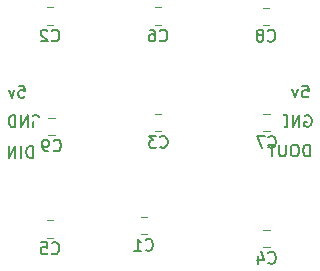
<source format=gbr>
G04 #@! TF.GenerationSoftware,KiCad,Pcbnew,5.1.9*
G04 #@! TF.CreationDate,2021-02-09T21:20:18+01:00*
G04 #@! TF.ProjectId,matrix_ws2812bmini_caps,6d617472-6978-45f7-9773-32383132626d,1*
G04 #@! TF.SameCoordinates,Original*
G04 #@! TF.FileFunction,Legend,Bot*
G04 #@! TF.FilePolarity,Positive*
%FSLAX46Y46*%
G04 Gerber Fmt 4.6, Leading zero omitted, Abs format (unit mm)*
G04 Created by KiCad (PCBNEW 5.1.9) date 2021-02-09 21:20:18*
%MOMM*%
%LPD*%
G01*
G04 APERTURE LIST*
%ADD10C,0.120000*%
%ADD11C,0.150000*%
%ADD12R,2.540000X1.524000*%
G04 APERTURE END LIST*
D10*
X14388748Y-25435000D02*
X14911252Y-25435000D01*
X14388748Y-23965000D02*
X14911252Y-23965000D01*
X6453749Y-6239999D02*
X6976253Y-6239999D01*
X6453749Y-7709999D02*
X6976253Y-7709999D01*
X15621248Y-15249999D02*
X16143752Y-15249999D01*
X15621248Y-16719999D02*
X16143752Y-16719999D01*
X24788748Y-25065000D02*
X25311252Y-25065000D01*
X24788748Y-26535000D02*
X25311252Y-26535000D01*
X6453749Y-24259999D02*
X6976253Y-24259999D01*
X6453749Y-25729999D02*
X6976253Y-25729999D01*
X15596248Y-7709999D02*
X16118752Y-7709999D01*
X15596248Y-6239999D02*
X16118752Y-6239999D01*
X24788748Y-16735000D02*
X25311252Y-16735000D01*
X24788748Y-15265000D02*
X25311252Y-15265000D01*
X24738748Y-6265000D02*
X25261252Y-6265000D01*
X24738748Y-7735000D02*
X25261252Y-7735000D01*
X6588748Y-17035000D02*
X7111252Y-17035000D01*
X6588748Y-15565000D02*
X7111252Y-15565000D01*
D11*
X4082857Y-12872380D02*
X4559047Y-12872380D01*
X4606666Y-13348571D01*
X4559047Y-13300952D01*
X4463809Y-13253333D01*
X4225714Y-13253333D01*
X4130476Y-13300952D01*
X4082857Y-13348571D01*
X4035238Y-13443809D01*
X4035238Y-13681904D01*
X4082857Y-13777142D01*
X4130476Y-13824761D01*
X4225714Y-13872380D01*
X4463809Y-13872380D01*
X4559047Y-13824761D01*
X4606666Y-13777142D01*
X3701904Y-13205714D02*
X3463809Y-13872380D01*
X3225714Y-13205714D01*
X5301904Y-15420000D02*
X5397142Y-15372380D01*
X5540000Y-15372380D01*
X5682857Y-15420000D01*
X5778095Y-15515238D01*
X5825714Y-15610476D01*
X5873333Y-15800952D01*
X5873333Y-15943809D01*
X5825714Y-16134285D01*
X5778095Y-16229523D01*
X5682857Y-16324761D01*
X5540000Y-16372380D01*
X5444761Y-16372380D01*
X5301904Y-16324761D01*
X5254285Y-16277142D01*
X5254285Y-15943809D01*
X5444761Y-15943809D01*
X4825714Y-16372380D02*
X4825714Y-15372380D01*
X4254285Y-16372380D01*
X4254285Y-15372380D01*
X3778095Y-16372380D02*
X3778095Y-15372380D01*
X3540000Y-15372380D01*
X3397142Y-15420000D01*
X3301904Y-15515238D01*
X3254285Y-15610476D01*
X3206666Y-15800952D01*
X3206666Y-15943809D01*
X3254285Y-16134285D01*
X3301904Y-16229523D01*
X3397142Y-16324761D01*
X3540000Y-16372380D01*
X3778095Y-16372380D01*
X5263809Y-18972380D02*
X5263809Y-17972380D01*
X5025714Y-17972380D01*
X4882857Y-18020000D01*
X4787619Y-18115238D01*
X4740000Y-18210476D01*
X4692380Y-18400952D01*
X4692380Y-18543809D01*
X4740000Y-18734285D01*
X4787619Y-18829523D01*
X4882857Y-18924761D01*
X5025714Y-18972380D01*
X5263809Y-18972380D01*
X4263809Y-18972380D02*
X4263809Y-17972380D01*
X3787619Y-18972380D02*
X3787619Y-17972380D01*
X3216190Y-18972380D01*
X3216190Y-17972380D01*
X28082857Y-12852380D02*
X28559047Y-12852380D01*
X28606666Y-13328571D01*
X28559047Y-13280952D01*
X28463809Y-13233333D01*
X28225714Y-13233333D01*
X28130476Y-13280952D01*
X28082857Y-13328571D01*
X28035238Y-13423809D01*
X28035238Y-13661904D01*
X28082857Y-13757142D01*
X28130476Y-13804761D01*
X28225714Y-13852380D01*
X28463809Y-13852380D01*
X28559047Y-13804761D01*
X28606666Y-13757142D01*
X27701904Y-13185714D02*
X27463809Y-13852380D01*
X27225714Y-13185714D01*
X28301904Y-15400000D02*
X28397142Y-15352380D01*
X28540000Y-15352380D01*
X28682857Y-15400000D01*
X28778095Y-15495238D01*
X28825714Y-15590476D01*
X28873333Y-15780952D01*
X28873333Y-15923809D01*
X28825714Y-16114285D01*
X28778095Y-16209523D01*
X28682857Y-16304761D01*
X28540000Y-16352380D01*
X28444761Y-16352380D01*
X28301904Y-16304761D01*
X28254285Y-16257142D01*
X28254285Y-15923809D01*
X28444761Y-15923809D01*
X27825714Y-16352380D02*
X27825714Y-15352380D01*
X27254285Y-16352380D01*
X27254285Y-15352380D01*
X26778095Y-16352380D02*
X26778095Y-15352380D01*
X26540000Y-15352380D01*
X26397142Y-15400000D01*
X26301904Y-15495238D01*
X26254285Y-15590476D01*
X26206666Y-15780952D01*
X26206666Y-15923809D01*
X26254285Y-16114285D01*
X26301904Y-16209523D01*
X26397142Y-16304761D01*
X26540000Y-16352380D01*
X26778095Y-16352380D01*
X28730476Y-18852380D02*
X28730476Y-17852380D01*
X28492380Y-17852380D01*
X28349523Y-17900000D01*
X28254285Y-17995238D01*
X28206666Y-18090476D01*
X28159047Y-18280952D01*
X28159047Y-18423809D01*
X28206666Y-18614285D01*
X28254285Y-18709523D01*
X28349523Y-18804761D01*
X28492380Y-18852380D01*
X28730476Y-18852380D01*
X27540000Y-17852380D02*
X27349523Y-17852380D01*
X27254285Y-17900000D01*
X27159047Y-17995238D01*
X27111428Y-18185714D01*
X27111428Y-18519047D01*
X27159047Y-18709523D01*
X27254285Y-18804761D01*
X27349523Y-18852380D01*
X27540000Y-18852380D01*
X27635238Y-18804761D01*
X27730476Y-18709523D01*
X27778095Y-18519047D01*
X27778095Y-18185714D01*
X27730476Y-17995238D01*
X27635238Y-17900000D01*
X27540000Y-17852380D01*
X26682857Y-17852380D02*
X26682857Y-18661904D01*
X26635238Y-18757142D01*
X26587619Y-18804761D01*
X26492380Y-18852380D01*
X26301904Y-18852380D01*
X26206666Y-18804761D01*
X26159047Y-18757142D01*
X26111428Y-18661904D01*
X26111428Y-17852380D01*
X25778095Y-17852380D02*
X25206666Y-17852380D01*
X25492380Y-18852380D02*
X25492380Y-17852380D01*
X14816666Y-26737142D02*
X14864285Y-26784761D01*
X15007142Y-26832380D01*
X15102380Y-26832380D01*
X15245238Y-26784761D01*
X15340476Y-26689523D01*
X15388095Y-26594285D01*
X15435714Y-26403809D01*
X15435714Y-26260952D01*
X15388095Y-26070476D01*
X15340476Y-25975238D01*
X15245238Y-25880000D01*
X15102380Y-25832380D01*
X15007142Y-25832380D01*
X14864285Y-25880000D01*
X14816666Y-25927619D01*
X13864285Y-26832380D02*
X14435714Y-26832380D01*
X14150000Y-26832380D02*
X14150000Y-25832380D01*
X14245238Y-25975238D01*
X14340476Y-26070476D01*
X14435714Y-26118095D01*
X6881667Y-9012141D02*
X6929286Y-9059760D01*
X7072143Y-9107379D01*
X7167381Y-9107379D01*
X7310239Y-9059760D01*
X7405477Y-8964522D01*
X7453096Y-8869284D01*
X7500715Y-8678808D01*
X7500715Y-8535951D01*
X7453096Y-8345475D01*
X7405477Y-8250237D01*
X7310239Y-8154999D01*
X7167381Y-8107379D01*
X7072143Y-8107379D01*
X6929286Y-8154999D01*
X6881667Y-8202618D01*
X6500715Y-8202618D02*
X6453096Y-8154999D01*
X6357858Y-8107379D01*
X6119762Y-8107379D01*
X6024524Y-8154999D01*
X5976905Y-8202618D01*
X5929286Y-8297856D01*
X5929286Y-8393094D01*
X5976905Y-8535951D01*
X6548334Y-9107379D01*
X5929286Y-9107379D01*
X16049166Y-18022141D02*
X16096785Y-18069760D01*
X16239642Y-18117379D01*
X16334880Y-18117379D01*
X16477738Y-18069760D01*
X16572976Y-17974522D01*
X16620595Y-17879284D01*
X16668214Y-17688808D01*
X16668214Y-17545951D01*
X16620595Y-17355475D01*
X16572976Y-17260237D01*
X16477738Y-17164999D01*
X16334880Y-17117379D01*
X16239642Y-17117379D01*
X16096785Y-17164999D01*
X16049166Y-17212618D01*
X15715833Y-17117379D02*
X15096785Y-17117379D01*
X15430119Y-17498332D01*
X15287261Y-17498332D01*
X15192023Y-17545951D01*
X15144404Y-17593570D01*
X15096785Y-17688808D01*
X15096785Y-17926903D01*
X15144404Y-18022141D01*
X15192023Y-18069760D01*
X15287261Y-18117379D01*
X15572976Y-18117379D01*
X15668214Y-18069760D01*
X15715833Y-18022141D01*
X25216666Y-27837142D02*
X25264285Y-27884761D01*
X25407142Y-27932380D01*
X25502380Y-27932380D01*
X25645238Y-27884761D01*
X25740476Y-27789523D01*
X25788095Y-27694285D01*
X25835714Y-27503809D01*
X25835714Y-27360952D01*
X25788095Y-27170476D01*
X25740476Y-27075238D01*
X25645238Y-26980000D01*
X25502380Y-26932380D01*
X25407142Y-26932380D01*
X25264285Y-26980000D01*
X25216666Y-27027619D01*
X24359523Y-27265714D02*
X24359523Y-27932380D01*
X24597619Y-26884761D02*
X24835714Y-27599047D01*
X24216666Y-27599047D01*
X6881667Y-27032141D02*
X6929286Y-27079760D01*
X7072143Y-27127379D01*
X7167381Y-27127379D01*
X7310239Y-27079760D01*
X7405477Y-26984522D01*
X7453096Y-26889284D01*
X7500715Y-26698808D01*
X7500715Y-26555951D01*
X7453096Y-26365475D01*
X7405477Y-26270237D01*
X7310239Y-26174999D01*
X7167381Y-26127379D01*
X7072143Y-26127379D01*
X6929286Y-26174999D01*
X6881667Y-26222618D01*
X5976905Y-26127379D02*
X6453096Y-26127379D01*
X6500715Y-26603570D01*
X6453096Y-26555951D01*
X6357858Y-26508332D01*
X6119762Y-26508332D01*
X6024524Y-26555951D01*
X5976905Y-26603570D01*
X5929286Y-26698808D01*
X5929286Y-26936903D01*
X5976905Y-27032141D01*
X6024524Y-27079760D01*
X6119762Y-27127379D01*
X6357858Y-27127379D01*
X6453096Y-27079760D01*
X6500715Y-27032141D01*
X16024166Y-9012141D02*
X16071785Y-9059760D01*
X16214642Y-9107379D01*
X16309880Y-9107379D01*
X16452738Y-9059760D01*
X16547976Y-8964522D01*
X16595595Y-8869284D01*
X16643214Y-8678808D01*
X16643214Y-8535951D01*
X16595595Y-8345475D01*
X16547976Y-8250237D01*
X16452738Y-8154999D01*
X16309880Y-8107379D01*
X16214642Y-8107379D01*
X16071785Y-8154999D01*
X16024166Y-8202618D01*
X15167023Y-8107379D02*
X15357500Y-8107379D01*
X15452738Y-8154999D01*
X15500357Y-8202618D01*
X15595595Y-8345475D01*
X15643214Y-8535951D01*
X15643214Y-8916903D01*
X15595595Y-9012141D01*
X15547976Y-9059760D01*
X15452738Y-9107379D01*
X15262261Y-9107379D01*
X15167023Y-9059760D01*
X15119404Y-9012141D01*
X15071785Y-8916903D01*
X15071785Y-8678808D01*
X15119404Y-8583570D01*
X15167023Y-8535951D01*
X15262261Y-8488332D01*
X15452738Y-8488332D01*
X15547976Y-8535951D01*
X15595595Y-8583570D01*
X15643214Y-8678808D01*
X25216666Y-18037142D02*
X25264285Y-18084761D01*
X25407142Y-18132380D01*
X25502380Y-18132380D01*
X25645238Y-18084761D01*
X25740476Y-17989523D01*
X25788095Y-17894285D01*
X25835714Y-17703809D01*
X25835714Y-17560952D01*
X25788095Y-17370476D01*
X25740476Y-17275238D01*
X25645238Y-17180000D01*
X25502380Y-17132380D01*
X25407142Y-17132380D01*
X25264285Y-17180000D01*
X25216666Y-17227619D01*
X24883333Y-17132380D02*
X24216666Y-17132380D01*
X24645238Y-18132380D01*
X25166666Y-9037142D02*
X25214285Y-9084761D01*
X25357142Y-9132380D01*
X25452380Y-9132380D01*
X25595238Y-9084761D01*
X25690476Y-8989523D01*
X25738095Y-8894285D01*
X25785714Y-8703809D01*
X25785714Y-8560952D01*
X25738095Y-8370476D01*
X25690476Y-8275238D01*
X25595238Y-8180000D01*
X25452380Y-8132380D01*
X25357142Y-8132380D01*
X25214285Y-8180000D01*
X25166666Y-8227619D01*
X24595238Y-8560952D02*
X24690476Y-8513333D01*
X24738095Y-8465714D01*
X24785714Y-8370476D01*
X24785714Y-8322857D01*
X24738095Y-8227619D01*
X24690476Y-8180000D01*
X24595238Y-8132380D01*
X24404761Y-8132380D01*
X24309523Y-8180000D01*
X24261904Y-8227619D01*
X24214285Y-8322857D01*
X24214285Y-8370476D01*
X24261904Y-8465714D01*
X24309523Y-8513333D01*
X24404761Y-8560952D01*
X24595238Y-8560952D01*
X24690476Y-8608571D01*
X24738095Y-8656190D01*
X24785714Y-8751428D01*
X24785714Y-8941904D01*
X24738095Y-9037142D01*
X24690476Y-9084761D01*
X24595238Y-9132380D01*
X24404761Y-9132380D01*
X24309523Y-9084761D01*
X24261904Y-9037142D01*
X24214285Y-8941904D01*
X24214285Y-8751428D01*
X24261904Y-8656190D01*
X24309523Y-8608571D01*
X24404761Y-8560952D01*
X7016666Y-18337142D02*
X7064285Y-18384761D01*
X7207142Y-18432380D01*
X7302380Y-18432380D01*
X7445238Y-18384761D01*
X7540476Y-18289523D01*
X7588095Y-18194285D01*
X7635714Y-18003809D01*
X7635714Y-17860952D01*
X7588095Y-17670476D01*
X7540476Y-17575238D01*
X7445238Y-17480000D01*
X7302380Y-17432380D01*
X7207142Y-17432380D01*
X7064285Y-17480000D01*
X7016666Y-17527619D01*
X6540476Y-18432380D02*
X6350000Y-18432380D01*
X6254761Y-18384761D01*
X6207142Y-18337142D01*
X6111904Y-18194285D01*
X6064285Y-18003809D01*
X6064285Y-17622857D01*
X6111904Y-17527619D01*
X6159523Y-17480000D01*
X6254761Y-17432380D01*
X6445238Y-17432380D01*
X6540476Y-17480000D01*
X6588095Y-17527619D01*
X6635714Y-17622857D01*
X6635714Y-17860952D01*
X6588095Y-17956190D01*
X6540476Y-18003809D01*
X6445238Y-18051428D01*
X6254761Y-18051428D01*
X6159523Y-18003809D01*
X6111904Y-17956190D01*
X6064285Y-17860952D01*
%LPC*%
D12*
X1400000Y-13460000D03*
X1400000Y-18540000D03*
X1400000Y-16000000D03*
X30600000Y-13440000D03*
X30600000Y-18520000D03*
X30600000Y-15980000D03*
G36*
G01*
X15100000Y-25175000D02*
X15100000Y-24225000D01*
G75*
G02*
X15350000Y-23975000I250000J0D01*
G01*
X15850000Y-23975000D01*
G75*
G02*
X16100000Y-24225000I0J-250000D01*
G01*
X16100000Y-25175000D01*
G75*
G02*
X15850000Y-25425000I-250000J0D01*
G01*
X15350000Y-25425000D01*
G75*
G02*
X15100000Y-25175000I0J250000D01*
G01*
G37*
G36*
G01*
X13200000Y-25175000D02*
X13200000Y-24225000D01*
G75*
G02*
X13450000Y-23975000I250000J0D01*
G01*
X13950000Y-23975000D01*
G75*
G02*
X14200000Y-24225000I0J-250000D01*
G01*
X14200000Y-25175000D01*
G75*
G02*
X13950000Y-25425000I-250000J0D01*
G01*
X13450000Y-25425000D01*
G75*
G02*
X13200000Y-25175000I0J250000D01*
G01*
G37*
G36*
G01*
X5265001Y-7449999D02*
X5265001Y-6499999D01*
G75*
G02*
X5515001Y-6249999I250000J0D01*
G01*
X6015001Y-6249999D01*
G75*
G02*
X6265001Y-6499999I0J-250000D01*
G01*
X6265001Y-7449999D01*
G75*
G02*
X6015001Y-7699999I-250000J0D01*
G01*
X5515001Y-7699999D01*
G75*
G02*
X5265001Y-7449999I0J250000D01*
G01*
G37*
G36*
G01*
X7165001Y-7449999D02*
X7165001Y-6499999D01*
G75*
G02*
X7415001Y-6249999I250000J0D01*
G01*
X7915001Y-6249999D01*
G75*
G02*
X8165001Y-6499999I0J-250000D01*
G01*
X8165001Y-7449999D01*
G75*
G02*
X7915001Y-7699999I-250000J0D01*
G01*
X7415001Y-7699999D01*
G75*
G02*
X7165001Y-7449999I0J250000D01*
G01*
G37*
G36*
G01*
X14432500Y-16459999D02*
X14432500Y-15509999D01*
G75*
G02*
X14682500Y-15259999I250000J0D01*
G01*
X15182500Y-15259999D01*
G75*
G02*
X15432500Y-15509999I0J-250000D01*
G01*
X15432500Y-16459999D01*
G75*
G02*
X15182500Y-16709999I-250000J0D01*
G01*
X14682500Y-16709999D01*
G75*
G02*
X14432500Y-16459999I0J250000D01*
G01*
G37*
G36*
G01*
X16332500Y-16459999D02*
X16332500Y-15509999D01*
G75*
G02*
X16582500Y-15259999I250000J0D01*
G01*
X17082500Y-15259999D01*
G75*
G02*
X17332500Y-15509999I0J-250000D01*
G01*
X17332500Y-16459999D01*
G75*
G02*
X17082500Y-16709999I-250000J0D01*
G01*
X16582500Y-16709999D01*
G75*
G02*
X16332500Y-16459999I0J250000D01*
G01*
G37*
G36*
G01*
X23600000Y-26275000D02*
X23600000Y-25325000D01*
G75*
G02*
X23850000Y-25075000I250000J0D01*
G01*
X24350000Y-25075000D01*
G75*
G02*
X24600000Y-25325000I0J-250000D01*
G01*
X24600000Y-26275000D01*
G75*
G02*
X24350000Y-26525000I-250000J0D01*
G01*
X23850000Y-26525000D01*
G75*
G02*
X23600000Y-26275000I0J250000D01*
G01*
G37*
G36*
G01*
X25500000Y-26275000D02*
X25500000Y-25325000D01*
G75*
G02*
X25750000Y-25075000I250000J0D01*
G01*
X26250000Y-25075000D01*
G75*
G02*
X26500000Y-25325000I0J-250000D01*
G01*
X26500000Y-26275000D01*
G75*
G02*
X26250000Y-26525000I-250000J0D01*
G01*
X25750000Y-26525000D01*
G75*
G02*
X25500000Y-26275000I0J250000D01*
G01*
G37*
G36*
G01*
X5265001Y-25469999D02*
X5265001Y-24519999D01*
G75*
G02*
X5515001Y-24269999I250000J0D01*
G01*
X6015001Y-24269999D01*
G75*
G02*
X6265001Y-24519999I0J-250000D01*
G01*
X6265001Y-25469999D01*
G75*
G02*
X6015001Y-25719999I-250000J0D01*
G01*
X5515001Y-25719999D01*
G75*
G02*
X5265001Y-25469999I0J250000D01*
G01*
G37*
G36*
G01*
X7165001Y-25469999D02*
X7165001Y-24519999D01*
G75*
G02*
X7415001Y-24269999I250000J0D01*
G01*
X7915001Y-24269999D01*
G75*
G02*
X8165001Y-24519999I0J-250000D01*
G01*
X8165001Y-25469999D01*
G75*
G02*
X7915001Y-25719999I-250000J0D01*
G01*
X7415001Y-25719999D01*
G75*
G02*
X7165001Y-25469999I0J250000D01*
G01*
G37*
G36*
G01*
X16307500Y-7449999D02*
X16307500Y-6499999D01*
G75*
G02*
X16557500Y-6249999I250000J0D01*
G01*
X17057500Y-6249999D01*
G75*
G02*
X17307500Y-6499999I0J-250000D01*
G01*
X17307500Y-7449999D01*
G75*
G02*
X17057500Y-7699999I-250000J0D01*
G01*
X16557500Y-7699999D01*
G75*
G02*
X16307500Y-7449999I0J250000D01*
G01*
G37*
G36*
G01*
X14407500Y-7449999D02*
X14407500Y-6499999D01*
G75*
G02*
X14657500Y-6249999I250000J0D01*
G01*
X15157500Y-6249999D01*
G75*
G02*
X15407500Y-6499999I0J-250000D01*
G01*
X15407500Y-7449999D01*
G75*
G02*
X15157500Y-7699999I-250000J0D01*
G01*
X14657500Y-7699999D01*
G75*
G02*
X14407500Y-7449999I0J250000D01*
G01*
G37*
G36*
G01*
X25500000Y-16475000D02*
X25500000Y-15525000D01*
G75*
G02*
X25750000Y-15275000I250000J0D01*
G01*
X26250000Y-15275000D01*
G75*
G02*
X26500000Y-15525000I0J-250000D01*
G01*
X26500000Y-16475000D01*
G75*
G02*
X26250000Y-16725000I-250000J0D01*
G01*
X25750000Y-16725000D01*
G75*
G02*
X25500000Y-16475000I0J250000D01*
G01*
G37*
G36*
G01*
X23600000Y-16475000D02*
X23600000Y-15525000D01*
G75*
G02*
X23850000Y-15275000I250000J0D01*
G01*
X24350000Y-15275000D01*
G75*
G02*
X24600000Y-15525000I0J-250000D01*
G01*
X24600000Y-16475000D01*
G75*
G02*
X24350000Y-16725000I-250000J0D01*
G01*
X23850000Y-16725000D01*
G75*
G02*
X23600000Y-16475000I0J250000D01*
G01*
G37*
G36*
G01*
X23550000Y-7475000D02*
X23550000Y-6525000D01*
G75*
G02*
X23800000Y-6275000I250000J0D01*
G01*
X24300000Y-6275000D01*
G75*
G02*
X24550000Y-6525000I0J-250000D01*
G01*
X24550000Y-7475000D01*
G75*
G02*
X24300000Y-7725000I-250000J0D01*
G01*
X23800000Y-7725000D01*
G75*
G02*
X23550000Y-7475000I0J250000D01*
G01*
G37*
G36*
G01*
X25450000Y-7475000D02*
X25450000Y-6525000D01*
G75*
G02*
X25700000Y-6275000I250000J0D01*
G01*
X26200000Y-6275000D01*
G75*
G02*
X26450000Y-6525000I0J-250000D01*
G01*
X26450000Y-7475000D01*
G75*
G02*
X26200000Y-7725000I-250000J0D01*
G01*
X25700000Y-7725000D01*
G75*
G02*
X25450000Y-7475000I0J250000D01*
G01*
G37*
G36*
G01*
X7300000Y-16775000D02*
X7300000Y-15825000D01*
G75*
G02*
X7550000Y-15575000I250000J0D01*
G01*
X8050000Y-15575000D01*
G75*
G02*
X8300000Y-15825000I0J-250000D01*
G01*
X8300000Y-16775000D01*
G75*
G02*
X8050000Y-17025000I-250000J0D01*
G01*
X7550000Y-17025000D01*
G75*
G02*
X7300000Y-16775000I0J250000D01*
G01*
G37*
G36*
G01*
X5400000Y-16775000D02*
X5400000Y-15825000D01*
G75*
G02*
X5650000Y-15575000I250000J0D01*
G01*
X6150000Y-15575000D01*
G75*
G02*
X6400000Y-15825000I0J-250000D01*
G01*
X6400000Y-16775000D01*
G75*
G02*
X6150000Y-17025000I-250000J0D01*
G01*
X5650000Y-17025000D01*
G75*
G02*
X5400000Y-16775000I0J250000D01*
G01*
G37*
M02*

</source>
